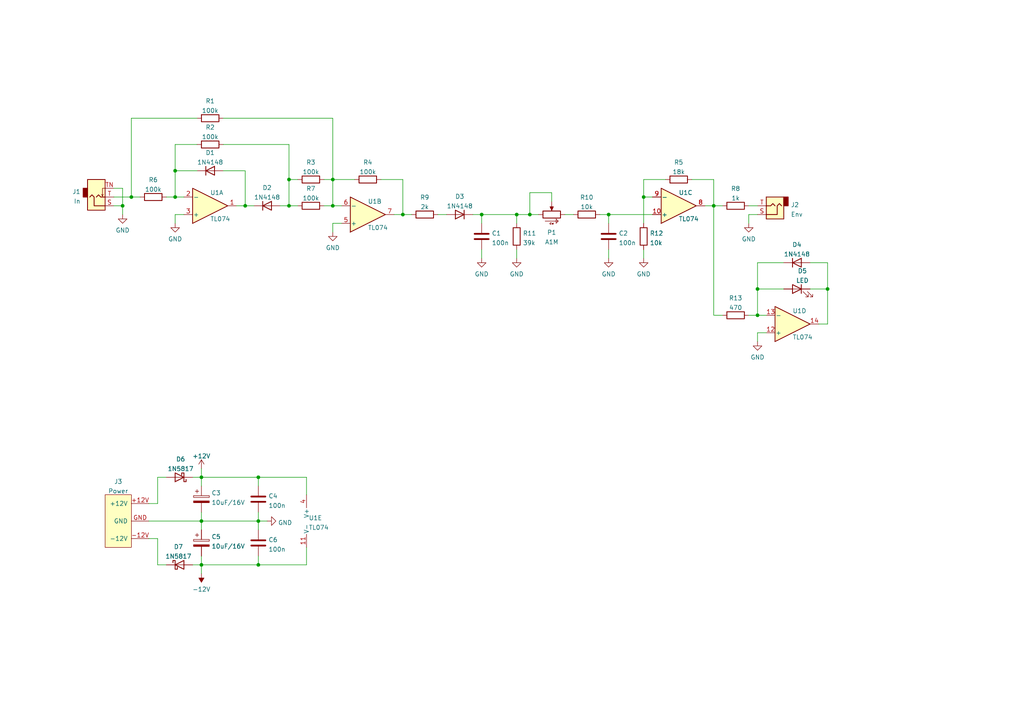
<source format=kicad_sch>
(kicad_sch (version 20211123) (generator eeschema)
  (paper "A4")
  (lib_symbols
    (symbol "Amplifier_Operational:TL074" (pin_names (offset 0.127))
      (property "Reference" "U" (at 0 5.08 0))
      (property "Value" "TL074" (at 0 -5.08 0))
      (symbol "TL074_1_1"
        (polyline (pts (xy -5.08 5.08) (xy 5.08 0) (xy -5.08 -5.08) (xy -5.08 5.08)) (stroke (width 0.254)) (fill (type background)))
        (pin output line (at 7.62 0 180) (length 2.54) (name "~") (number "1"))
        (pin input line (at -7.62 -2.54 0) (length 2.54) (name "-") (number "2"))
        (pin input line (at -7.62 2.54 0) (length 2.54) (name "+") (number "3"))
      )
      (symbol "TL074_2_1"
        (polyline (pts (xy -5.08 5.08) (xy 5.08 0) (xy -5.08 -5.08) (xy -5.08 5.08)) (stroke (width 0.254)) (fill (type background)))
        (pin input line (at -7.62 2.54 0) (length 2.54) (name "+") (number "5"))
        (pin input line (at -7.62 -2.54 0) (length 2.54) (name "-") (number "6"))
        (pin output line (at 7.62 0 180) (length 2.54) (name "~") (number "7"))
      )
      (symbol "TL074_3_1"
        (polyline (pts (xy -5.08 5.08) (xy 5.08 0) (xy -5.08 -5.08) (xy -5.08 5.08)) (stroke (width 0.254)) (fill (type background)))
        (pin input line (at -7.62 2.54 0) (length 2.54) (name "+") (number "10"))
        (pin output line (at 7.62 0 180) (length 2.54) (name "~") (number "8"))
        (pin input line (at -7.62 -2.54 0) (length 2.54) (name "-") (number "9"))
      )
      (symbol "TL074_4_1"
        (polyline (pts (xy -5.08 5.08) (xy 5.08 0) (xy -5.08 -5.08) (xy -5.08 5.08)) (stroke (width 0.254)) (fill (type background)))
        (pin input line (at -7.62 2.54 0) (length 2.54) (name "+") (number "12"))
        (pin input line (at -7.62 -2.54 0) (length 2.54) (name "-") (number "13"))
        (pin output line (at 7.62 0 180) (length 2.54) (name "~") (number "14"))
      )
      (symbol "TL074_5_1"
        (pin power_in line (at -2.54 -7.62 90) (length 3.81) (name "V-") (number "11"))
        (pin power_in line (at -2.54 7.62 270) (length 3.81) (name "V+") (number "4"))
      )
    )
    (symbol "Connector:AudioJack2"
      (property "Reference" "J" (at 0 8.89 0))
      (property "Value" "AudioJack2" (at 0 6.35 0))
      (symbol "AudioJack2_0_1"
        (rectangle (start -3.81 0) (end -2.54 -2.54) (stroke (width 0.254)) (fill (type outline)))
        (rectangle (start -2.54 3.81) (end 2.54 -2.54) (stroke (width 0.254)) (fill (type background)))
        (polyline (pts (xy 0 0) (xy 0.635 -0.635) (xy 1.27 0) (xy 2.54 0)) (stroke (width 0.254)))
        (polyline (pts (xy 2.54 2.54) (xy -0.635 2.54) (xy -0.635 0) (xy -1.27 -0.635) (xy -1.905 0)) (stroke (width 0.254)))
      )
      (symbol "AudioJack2_1_1"
        (pin passive line (at 5.08 2.54 180) (length 2.54) (name "~") (number "S"))
        (pin passive line (at 5.08 0 180) (length 2.54) (name "~") (number "T"))
      )
    )
    (symbol "Connector:AudioJack2_SwitchT"
      (property "Reference" "J" (at 0 8.89 0))
      (property "Value" "AudioJack2_SwitchT" (at 0 6.35 0))
      (symbol "AudioJack2_SwitchT_0_1"
        (rectangle (start -2.54 0) (end -3.81 -2.54) (stroke (width 0.254)) (fill (type outline)))
        (polyline (pts (xy 1.778 -0.254) (xy 2.032 -0.762)))
        (polyline (pts (xy 0 0) (xy 0.635 -0.635) (xy 1.27 0) (xy 2.54 0)) (stroke (width 0.254)))
        (polyline (pts (xy 2.54 -2.54) (xy 1.778 -2.54) (xy 1.778 -0.254) (xy 1.524 -0.762)))
        (polyline (pts (xy 2.54 2.54) (xy -0.635 2.54) (xy -0.635 0) (xy -1.27 -0.635) (xy -1.905 0)) (stroke (width 0.254)))
        (rectangle (start 2.54 3.81) (end -2.54 -5.08) (stroke (width 0.254)) (fill (type background)))
      )
      (symbol "AudioJack2_SwitchT_1_1"
        (pin passive line (at 5.08 2.54 180) (length 2.54) (name "~") (number "S"))
        (pin passive line (at 5.08 0 180) (length 2.54) (name "~") (number "T"))
        (pin passive line (at 5.08 -2.54 180) (length 2.54) (name "~") (number "TN"))
      )
    )
    (symbol "Device:C" (pin_numbers hide) (pin_names (offset 0.254))
      (property "Reference" "C" (at 0.635 2.54 0))
      (property "Value" "C" (at 0.635 -2.54 0))
      (symbol "C_0_1"
        (polyline (pts (xy -2.032 -0.762) (xy 2.032 -0.762)) (stroke (width 0.508)))
        (polyline (pts (xy -2.032 0.762) (xy 2.032 0.762)) (stroke (width 0.508)))
      )
      (symbol "C_1_1"
        (pin passive line (at 0 3.81 270) (length 2.794) (name "~") (number "1"))
        (pin passive line (at 0 -3.81 90) (length 2.794) (name "~") (number "2"))
      )
    )
    (symbol "Device:C_Polarized" (pin_numbers hide) (pin_names (offset 0.254))
      (property "Reference" "C" (at 0.635 2.54 0))
      (property "Value" "C_Polarized" (at 0.635 -2.54 0))
      (symbol "C_Polarized_0_1"
        (rectangle (start -2.286 0.508) (end 2.286 1.016))
        (polyline (pts (xy -1.778 2.286) (xy -0.762 2.286)))
        (polyline (pts (xy -1.27 2.794) (xy -1.27 1.778)))
        (rectangle (start 2.286 -0.508) (end -2.286 -1.016) (fill (type outline)))
      )
      (symbol "C_Polarized_1_1"
        (pin passive line (at 0 3.81 270) (length 2.794) (name "~") (number "1"))
        (pin passive line (at 0 -3.81 90) (length 2.794) (name "~") (number "2"))
      )
    )
    (symbol "Device:LED" (pin_numbers hide) (pin_names (offset 1.016) hide)
      (property "Reference" "D" (at 0 2.54 0))
      (property "Value" "LED" (at 0 -2.54 0))
      (symbol "LED_0_1"
        (polyline (pts (xy -1.27 -1.27) (xy -1.27 1.27)) (stroke (width 0.254)))
        (polyline (pts (xy -1.27 0) (xy 1.27 0)))
        (polyline (pts (xy 1.27 -1.27) (xy 1.27 1.27) (xy -1.27 0) (xy 1.27 -1.27)) (stroke (width 0.254)))
        (polyline (pts (xy -3.048 -0.762) (xy -4.572 -2.286) (xy -3.81 -2.286) (xy -4.572 -2.286) (xy -4.572 -1.524)))
        (polyline (pts (xy -1.778 -0.762) (xy -3.302 -2.286) (xy -2.54 -2.286) (xy -3.302 -2.286) (xy -3.302 -1.524)))
      )
      (symbol "LED_1_1"
        (pin passive line (at -3.81 0 0) (length 2.54) (name "K") (number "1"))
        (pin passive line (at 3.81 0 180) (length 2.54) (name "A") (number "2"))
      )
    )
    (symbol "Device:R" (pin_numbers hide) (pin_names (offset 0))
      (property "Reference" "R" (at 2.032 0 90))
      (property "Value" "R" (at 0 0 90))
      (symbol "R_0_1"
        (rectangle (start -1.016 -2.54) (end 1.016 2.54) (stroke (width 0.254)))
      )
      (symbol "R_1_1"
        (pin passive line (at 0 3.81 270) (length 1.27) (name "~") (number "1"))
        (pin passive line (at 0 -3.81 90) (length 1.27) (name "~") (number "2"))
      )
    )
    (symbol "Device_Additional:R_POT" (pin_names (offset 1.016))
      (property "Reference" "P" (at -5.715 0 90))
      (property "Value" "R_POT" (at -3.81 0 90))
      (symbol "R_POT_0_0"
        (text "cw" (at -2.54 0 900) (effects (font (size 0.635 0.635))))
      )
      (symbol "R_POT_0_1"
        (polyline (pts (xy -1.905 -1.905) (xy -1.905 1.905) (xy -2.54 1.27) (xy -1.27 1.27) (xy -1.905 1.905)))
      )
      (symbol "R_POT_1_1"
        (polyline (pts (xy 2.54 0) (xy 1.524 0)))
        (polyline (pts (xy 1.143 0) (xy 2.286 0.508) (xy 2.286 -0.508) (xy 1.143 0)) (fill (type outline)))
        (rectangle (start 1.016 2.54) (end -1.016 -2.54) (stroke (width 0.254)))
        (pin passive line (at 0 -3.81 90) (length 1.27) (name "CCW") (number "CCW"))
        (pin passive line (at 0 3.81 270) (length 1.27) (name "CW") (number "CW"))
        (pin passive line (at 3.81 0 180) (length 1.27) (name "W") (number "W"))
      )
    )
    (symbol "Diode:1N4148" (pin_numbers hide) (pin_names (offset 1.016) hide)
      (property "Reference" "D" (at 0 2.54 0))
      (property "Value" "1N4148" (at 0 -2.54 0))
      (symbol "1N4148_0_1"
        (polyline (pts (xy -1.27 1.27) (xy -1.27 -1.27)) (stroke (width 0.254)))
        (polyline (pts (xy 1.27 0) (xy -1.27 0)))
        (polyline (pts (xy 1.27 1.27) (xy 1.27 -1.27) (xy -1.27 0) (xy 1.27 1.27)) (stroke (width 0.254)))
      )
      (symbol "1N4148_1_1"
        (pin passive line (at -3.81 0 0) (length 2.54) (name "K") (number "1"))
        (pin passive line (at 3.81 0 180) (length 2.54) (name "A") (number "2"))
      )
    )
    (symbol "Diode:1N5817" (pin_numbers hide) (pin_names (offset 1.016) hide)
      (property "Reference" "D" (at 0 2.54 0))
      (property "Value" "1N5817" (at 0 -2.54 0))
      (symbol "1N5817_0_1"
        (polyline (pts (xy 1.27 0) (xy -1.27 0)))
        (polyline (pts (xy 1.27 1.27) (xy 1.27 -1.27) (xy -1.27 0) (xy 1.27 1.27)) (stroke (width 0.254)))
        (polyline (pts (xy -1.905 0.635) (xy -1.905 1.27) (xy -1.27 1.27) (xy -1.27 -1.27) (xy -0.635 -1.27) (xy -0.635 -0.635)) (stroke (width 0.254)))
      )
      (symbol "1N5817_1_1"
        (pin passive line (at -3.81 0 0) (length 2.54) (name "K") (number "1"))
        (pin passive line (at 3.81 0 180) (length 2.54) (name "A") (number "2"))
      )
    )
    (symbol "Eurorack_Synth:Power_2x5" (pin_names (offset 1.016))
      (property "Reference" "J" (at 0 10.16 0))
      (property "Value" "Power_2x5" (at 0 8.89 0))
      (symbol "Power_2x5_0_1"
        (rectangle (start 3.81 7.62) (end -3.81 -7.62) (fill (type background)))
      )
      (symbol "Power_2x5_1_1"
        (pin power_out line (at 8.89 5.08 180) (length 5.08) (name "+12V") (number "+12V"))
        (pin power_out line (at 8.89 -5.08 180) (length 5.08) (name "-12V") (number "-12V"))
        (pin power_out line (at 8.89 0 180) (length 5.08) (name "GND") (number "GND"))
      )
    )
    (symbol "power:+12V" (power) (pin_names (offset 0))
      (property "Value" "+12V" (at 0 3.556 0))
      (symbol "+12V_0_1"
        (polyline (pts (xy -0.762 1.27) (xy 0 2.54)))
        (polyline (pts (xy 0 0) (xy 0 2.54)))
        (polyline (pts (xy 0 2.54) (xy 0.762 1.27)))
      )
      (symbol "+12V_1_1"
        (pin power_in line (at 0 0 90) (length 0) hide (name "+12V") (number "1"))
      )
    )
    (symbol "power:-12V" (power) (pin_names (offset 0))
      (property "Value" "-12V" (at 0 3.81 0))
      (symbol "-12V_0_0"
        (pin power_in line (at 0 0 90) (length 0) hide (name "-12V") (number "1"))
      )
      (symbol "-12V_0_1"
        (polyline (pts (xy 0 0) (xy 0 1.27) (xy 0.762 1.27) (xy 0 2.54) (xy -0.762 1.27) (xy 0 1.27)) (fill (type outline)))
      )
    )
    (symbol "power:GND" (power) (pin_names (offset 0))
      (property "Value" "GND" (at 0 -3.81 0))
      (symbol "GND_0_1"
        (polyline (pts (xy 0 0) (xy 0 -1.27) (xy 1.27 -1.27) (xy 0 -2.54) (xy -1.27 -1.27) (xy 0 -1.27)))
      )
      (symbol "GND_1_1"
        (pin power_in line (at 0 0 270) (length 0) hide (name "GND") (number "1"))
      )
    )
  )
  (junction (at 71.12 59.69))
  (junction (at 74.93 138.43))
  (junction (at 139.7 62.23))
  (junction (at 74.93 163.83))
  (junction (at 219.71 91.44))
  (junction (at 50.8 57.15))
  (junction (at 58.42 151.13))
  (junction (at 50.8 49.53))
  (junction (at 176.53 62.23))
  (junction (at 83.82 59.69))
  (junction (at 207.01 59.69))
  (junction (at 58.42 163.83))
  (junction (at 38.1 57.15))
  (junction (at 149.86 62.23))
  (junction (at 153.67 62.23))
  (junction (at 96.52 59.69))
  (junction (at 240.03 83.82))
  (junction (at 186.69 57.15))
  (junction (at 58.42 138.43))
  (junction (at 83.82 52.07))
  (junction (at 74.93 151.13))
  (junction (at 35.56 59.69))
  (junction (at 96.52 52.07))
  (junction (at 116.84 62.23))
  (junction (at 219.71 83.82))
  (wire (pts (xy 207.01 59.69) (xy 207.01 91.44)))
  (wire (pts (xy 176.53 62.23) (xy 176.53 64.77)))
  (wire (pts (xy 193.04 52.07) (xy 186.69 52.07)))
  (wire (pts (xy 83.82 59.69) (xy 86.36 59.69)))
  (wire (pts (xy 237.49 93.98) (xy 240.03 93.98)))
  (wire (pts (xy 207.01 52.07) (xy 207.01 59.69)))
  (wire (pts (xy 186.69 57.15) (xy 186.69 64.77)))
  (wire (pts (xy 219.71 91.44) (xy 222.25 91.44)))
  (wire (pts (xy 217.17 62.23) (xy 217.17 64.77)))
  (wire (pts (xy 45.72 163.83) (xy 48.26 163.83)))
  (wire (pts (xy 74.93 163.83) (xy 88.9 163.83)))
  (wire (pts (xy 217.17 59.69) (xy 219.71 59.69)))
  (wire (pts (xy 74.93 148.59) (xy 74.93 151.13)))
  (wire (pts (xy 96.52 59.69) (xy 99.06 59.69)))
  (wire (pts (xy 38.1 57.15) (xy 40.64 57.15)))
  (wire (pts (xy 139.7 72.39) (xy 139.7 74.93)))
  (wire (pts (xy 43.18 156.21) (xy 45.72 156.21)))
  (wire (pts (xy 149.86 62.23) (xy 149.86 64.77)))
  (wire (pts (xy 45.72 156.21) (xy 45.72 163.83)))
  (wire (pts (xy 58.42 135.89) (xy 58.42 138.43)))
  (wire (pts (xy 71.12 59.69) (xy 73.66 59.69)))
  (wire (pts (xy 116.84 52.07) (xy 116.84 62.23)))
  (wire (pts (xy 219.71 96.52) (xy 219.71 99.06)))
  (wire (pts (xy 43.18 146.05) (xy 45.72 146.05)))
  (wire (pts (xy 74.93 151.13) (xy 77.47 151.13)))
  (wire (pts (xy 110.49 52.07) (xy 116.84 52.07)))
  (wire (pts (xy 240.03 76.2) (xy 240.03 83.82)))
  (wire (pts (xy 219.71 96.52) (xy 222.25 96.52)))
  (wire (pts (xy 234.95 76.2) (xy 240.03 76.2)))
  (wire (pts (xy 88.9 163.83) (xy 88.9 158.75)))
  (wire (pts (xy 149.86 62.23) (xy 153.67 62.23)))
  (wire (pts (xy 114.3 62.23) (xy 116.84 62.23)))
  (wire (pts (xy 58.42 163.83) (xy 58.42 166.37)))
  (wire (pts (xy 33.02 59.69) (xy 35.56 59.69)))
  (wire (pts (xy 33.02 54.61) (xy 35.56 54.61)))
  (wire (pts (xy 83.82 41.91) (xy 83.82 52.07)))
  (wire (pts (xy 173.99 62.23) (xy 176.53 62.23)))
  (wire (pts (xy 99.06 64.77) (xy 96.52 64.77)))
  (wire (pts (xy 209.55 91.44) (xy 207.01 91.44)))
  (wire (pts (xy 58.42 138.43) (xy 74.93 138.43)))
  (wire (pts (xy 74.93 138.43) (xy 88.9 138.43)))
  (wire (pts (xy 58.42 163.83) (xy 74.93 163.83)))
  (wire (pts (xy 240.03 83.82) (xy 240.03 93.98)))
  (wire (pts (xy 93.98 52.07) (xy 96.52 52.07)))
  (wire (pts (xy 149.86 72.39) (xy 149.86 74.93)))
  (wire (pts (xy 139.7 62.23) (xy 139.7 64.77)))
  (wire (pts (xy 50.8 49.53) (xy 50.8 57.15)))
  (wire (pts (xy 217.17 91.44) (xy 219.71 91.44)))
  (wire (pts (xy 45.72 146.05) (xy 45.72 138.43)))
  (wire (pts (xy 207.01 59.69) (xy 204.47 59.69)))
  (wire (pts (xy 186.69 72.39) (xy 186.69 74.93)))
  (wire (pts (xy 45.72 138.43) (xy 48.26 138.43)))
  (wire (pts (xy 96.52 64.77) (xy 96.52 67.31)))
  (wire (pts (xy 163.83 62.23) (xy 166.37 62.23)))
  (wire (pts (xy 96.52 52.07) (xy 96.52 59.69)))
  (wire (pts (xy 58.42 161.29) (xy 58.42 163.83)))
  (wire (pts (xy 96.52 52.07) (xy 102.87 52.07)))
  (wire (pts (xy 219.71 76.2) (xy 219.71 83.82)))
  (wire (pts (xy 176.53 62.23) (xy 189.23 62.23)))
  (wire (pts (xy 50.8 49.53) (xy 50.8 41.91)))
  (wire (pts (xy 64.77 49.53) (xy 71.12 49.53)))
  (wire (pts (xy 219.71 62.23) (xy 217.17 62.23)))
  (wire (pts (xy 64.77 34.29) (xy 96.52 34.29)))
  (wire (pts (xy 48.26 57.15) (xy 50.8 57.15)))
  (wire (pts (xy 81.28 59.69) (xy 83.82 59.69)))
  (wire (pts (xy 96.52 34.29) (xy 96.52 52.07)))
  (wire (pts (xy 219.71 91.44) (xy 219.71 83.82)))
  (wire (pts (xy 219.71 83.82) (xy 227.33 83.82)))
  (wire (pts (xy 58.42 138.43) (xy 58.42 140.97)))
  (wire (pts (xy 176.53 72.39) (xy 176.53 74.93)))
  (wire (pts (xy 116.84 62.23) (xy 119.38 62.23)))
  (wire (pts (xy 189.23 57.15) (xy 186.69 57.15)))
  (wire (pts (xy 83.82 52.07) (xy 83.82 59.69)))
  (wire (pts (xy 71.12 59.69) (xy 68.58 59.69)))
  (wire (pts (xy 74.93 138.43) (xy 74.93 140.97)))
  (wire (pts (xy 127 62.23) (xy 129.54 62.23)))
  (wire (pts (xy 50.8 62.23) (xy 50.8 64.77)))
  (wire (pts (xy 58.42 148.59) (xy 58.42 151.13)))
  (wire (pts (xy 160.02 55.88) (xy 153.67 55.88)))
  (wire (pts (xy 160.02 58.42) (xy 160.02 55.88)))
  (wire (pts (xy 74.93 163.83) (xy 74.93 161.29)))
  (wire (pts (xy 234.95 83.82) (xy 240.03 83.82)))
  (wire (pts (xy 58.42 151.13) (xy 58.42 153.67)))
  (wire (pts (xy 88.9 138.43) (xy 88.9 143.51)))
  (wire (pts (xy 57.15 49.53) (xy 50.8 49.53)))
  (wire (pts (xy 207.01 59.69) (xy 209.55 59.69)))
  (wire (pts (xy 58.42 151.13) (xy 74.93 151.13)))
  (wire (pts (xy 55.88 163.83) (xy 58.42 163.83)))
  (wire (pts (xy 38.1 34.29) (xy 38.1 57.15)))
  (wire (pts (xy 35.56 59.69) (xy 35.56 62.23)))
  (wire (pts (xy 35.56 54.61) (xy 35.56 59.69)))
  (wire (pts (xy 55.88 138.43) (xy 58.42 138.43)))
  (wire (pts (xy 139.7 62.23) (xy 149.86 62.23)))
  (wire (pts (xy 64.77 41.91) (xy 83.82 41.91)))
  (wire (pts (xy 153.67 55.88) (xy 153.67 62.23)))
  (wire (pts (xy 33.02 57.15) (xy 38.1 57.15)))
  (wire (pts (xy 57.15 34.29) (xy 38.1 34.29)))
  (wire (pts (xy 227.33 76.2) (xy 219.71 76.2)))
  (wire (pts (xy 186.69 52.07) (xy 186.69 57.15)))
  (wire (pts (xy 53.34 62.23) (xy 50.8 62.23)))
  (wire (pts (xy 50.8 41.91) (xy 57.15 41.91)))
  (wire (pts (xy 93.98 59.69) (xy 96.52 59.69)))
  (wire (pts (xy 83.82 52.07) (xy 86.36 52.07)))
  (wire (pts (xy 71.12 49.53) (xy 71.12 59.69)))
  (wire (pts (xy 200.66 52.07) (xy 207.01 52.07)))
  (wire (pts (xy 50.8 57.15) (xy 53.34 57.15)))
  (wire (pts (xy 43.18 151.13) (xy 58.42 151.13)))
  (wire (pts (xy 74.93 151.13) (xy 74.93 153.67)))
  (wire (pts (xy 153.67 62.23) (xy 156.21 62.23)))
  (wire (pts (xy 137.16 62.23) (xy 139.7 62.23)))
  (symbol (lib_id "Device:R") (at 90.17 52.07 90) (unit 1)
    (property "Reference" "R3" (at 90.17 47.0875 90))
    (property "Value" "100k" (at 90.17 49.8626 90))
    (property "Footprint" "Resistor_THT:R_Axial_DIN0207_L6.3mm_D2.5mm_P7.62mm_Horizontal" (effects hide))
  )
  (symbol (lib_id "power:GND") (at 96.52 67.31 0) (unit 1)
    (property "Reference" "#PWR04" (effects hide))
    (property "Value" "GND" (at 96.52 71.8725 0))
  )
  (symbol (lib_id "Device_Additional:R_POT") (at 160.02 62.23 270) (mirror x) (unit 1)
    (property "Reference" "P1" (at 160.02 67.4228 90))
    (property "Value" "A1M" (at 160.02 70.1979 90))
    (property "Footprint" "Potentiometer_THT_Additional:Potentiometer_AlpsAlpine_RK0971110" (effects hide))
  )
  (symbol (lib_id "Device:C") (at 74.93 157.48 0) (unit 1)
    (property "Reference" "C6" (at 77.851 156.5715 0) (effects (justify left)))
    (property "Value" "100n" (at 77.851 159.3466 0) (effects (justify left)))
    (property "Footprint" "Capacitor_THT:C_Disc_D4.7mm_W2.5mm_P5.00mm" (effects hide))
  )
  (symbol (lib_id "Amplifier_Operational:TL074") (at 86.36 151.13 0) (mirror y) (unit 5)
    (property "Reference" "U1" (at 89.535 150.2215 0) (effects (justify right)))
    (property "Value" "TL074" (at 89.535 152.9966 0) (effects (justify right)))
    (property "Footprint" "Package_DIP:DIP-14_W7.62mm_LongPads" (effects hide))
    (property "Datasheet" "http://www.ti.com/lit/ds/symlink/tl071.pdf" (effects hide))
  )
  (symbol (lib_id "Connector:AudioJack2_SwitchT") (at 27.94 57.15 0) (mirror x) (unit 1)
    (property "Reference" "J1" (at 23.368 55.6065 0) (effects (justify right)))
    (property "Value" "In" (at 23.368 58.3816 0) (effects (justify right)))
    (property "Footprint" "Connector_Audio_QingPu:Jack_3.5mm_QingPu_WQP-PJ323M" (effects hide))
  )
  (symbol (lib_id "Diode:1N4148") (at 231.14 76.2 0) (unit 1)
    (property "Reference" "D4" (at 231.14 70.9635 0))
    (property "Value" "1N4148" (at 231.14 73.7386 0))
    (property "Footprint" "Diode_THT:D_DO-35_SOD27_P7.62mm_Horizontal" (effects hide))
    (property "Datasheet" "https://assets.nexperia.com/documents/data-sheet/1N4148_1N4448.pdf" (effects hide))
  )
  (symbol (lib_id "Device:R") (at 170.18 62.23 90) (unit 1)
    (property "Reference" "R10" (at 170.18 57.2475 90))
    (property "Value" "10k" (at 170.18 60.0226 90))
    (property "Footprint" "Resistor_THT:R_Axial_DIN0207_L6.3mm_D2.5mm_P7.62mm_Horizontal" (effects hide))
  )
  (symbol (lib_id "Device:R") (at 149.86 68.58 180) (unit 1)
    (property "Reference" "R11" (at 151.638 67.6715 0) (effects (justify right)))
    (property "Value" "39k" (at 151.638 70.4466 0) (effects (justify right)))
    (property "Footprint" "Resistor_THT:R_Axial_DIN0207_L6.3mm_D2.5mm_P7.62mm_Horizontal" (effects hide))
  )
  (symbol (lib_id "Device:R") (at 213.36 59.69 90) (unit 1)
    (property "Reference" "R8" (at 213.36 54.7075 90))
    (property "Value" "1k" (at 213.36 57.4826 90))
    (property "Footprint" "Resistor_THT:R_Axial_DIN0207_L6.3mm_D2.5mm_P7.62mm_Horizontal" (effects hide))
  )
  (symbol (lib_id "power:GND") (at 149.86 74.93 0) (unit 1)
    (property "Reference" "#PWR06" (effects hide))
    (property "Value" "GND" (at 149.86 79.4925 0))
  )
  (symbol (lib_id "Device:C_Polarized") (at 58.42 144.78 0) (unit 1)
    (property "Reference" "C3" (at 61.341 142.9825 0) (effects (justify left)))
    (property "Value" "10uF/16V" (at 61.341 145.7576 0) (effects (justify left)))
    (property "Footprint" "Capacitor_THT:CP_Radial_D5.0mm_P2.00mm" (effects hide))
  )
  (symbol (lib_id "Device:R") (at 44.45 57.15 90) (unit 1)
    (property "Reference" "R6" (at 44.45 52.1675 90))
    (property "Value" "100k" (at 44.45 54.9426 90))
    (property "Footprint" "Resistor_THT:R_Axial_DIN0207_L6.3mm_D2.5mm_P7.62mm_Horizontal" (effects hide))
  )
  (symbol (lib_id "power:GND") (at 50.8 64.77 0) (unit 1)
    (property "Reference" "#PWR02" (effects hide))
    (property "Value" "GND" (at 50.8 69.3325 0))
  )
  (symbol (lib_id "Diode:1N4148") (at 60.96 49.53 0) (unit 1)
    (property "Reference" "D1" (at 60.96 44.2935 0))
    (property "Value" "1N4148" (at 60.96 47.0686 0))
    (property "Footprint" "Diode_THT:D_DO-35_SOD27_P7.62mm_Horizontal" (effects hide))
    (property "Datasheet" "https://assets.nexperia.com/documents/data-sheet/1N4148_1N4448.pdf" (effects hide))
  )
  (symbol (lib_id "Diode:1N5817") (at 52.07 163.83 0) (unit 1)
    (property "Reference" "D7" (at 51.7525 158.5935 0))
    (property "Value" "1N5817" (at 51.7525 161.3686 0))
    (property "Footprint" "Diode_THT:D_DO-41_SOD81_P10.16mm_Horizontal" (effects hide))
    (property "Datasheet" "http://www.vishay.com/docs/88525/1n5817.pdf" (effects hide))
  )
  (symbol (lib_id "Device:R") (at 186.69 68.58 180) (unit 1)
    (property "Reference" "R12" (at 188.468 67.6715 0) (effects (justify right)))
    (property "Value" "10k" (at 188.468 70.4466 0) (effects (justify right)))
    (property "Footprint" "Resistor_THT:R_Axial_DIN0207_L6.3mm_D2.5mm_P7.62mm_Horizontal" (effects hide))
  )
  (symbol (lib_id "Device:LED") (at 231.14 83.82 0) (mirror y) (unit 1)
    (property "Reference" "D5" (at 232.7275 78.5835 0))
    (property "Value" "LED" (at 232.7275 81.3586 0))
    (property "Footprint" "LED_THT:LED_D3.0mm_Horizontal_O1.27mm_Z10.0mm" (effects hide))
  )
  (symbol (lib_id "Device:R") (at 196.85 52.07 90) (unit 1)
    (property "Reference" "R5" (at 196.85 47.0875 90))
    (property "Value" "18k" (at 196.85 49.8626 90))
    (property "Footprint" "Resistor_THT:R_Axial_DIN0207_L6.3mm_D2.5mm_P7.62mm_Horizontal" (effects hide))
  )
  (symbol (lib_id "Device:C") (at 74.93 144.78 0) (unit 1)
    (property "Reference" "C4" (at 77.851 143.8715 0) (effects (justify left)))
    (property "Value" "100n" (at 77.851 146.6466 0) (effects (justify left)))
    (property "Footprint" "Capacitor_THT:C_Disc_D4.7mm_W2.5mm_P5.00mm" (effects hide))
  )
  (symbol (lib_id "Device:R") (at 90.17 59.69 90) (unit 1)
    (property "Reference" "R7" (at 90.17 54.7075 90))
    (property "Value" "100k" (at 90.17 57.4826 90))
    (property "Footprint" "Resistor_THT:R_Axial_DIN0207_L6.3mm_D2.5mm_P7.62mm_Horizontal" (effects hide))
  )
  (symbol (lib_id "Device:R") (at 60.96 41.91 90) (unit 1)
    (property "Reference" "R2" (at 60.96 36.9275 90))
    (property "Value" "100k" (at 60.96 39.7026 90))
    (property "Footprint" "Resistor_THT:R_Axial_DIN0207_L6.3mm_D2.5mm_P7.62mm_Horizontal" (effects hide))
  )
  (symbol (lib_id "Connector:AudioJack2") (at 224.79 59.69 180) (unit 1)
    (property "Reference" "J2" (at 229.362 59.4165 0) (effects (justify right)))
    (property "Value" "Env" (at 229.362 62.1916 0) (effects (justify right)))
    (property "Footprint" "Connector_Audio_QingPu:Jack_3.5mm_QingPu_WQP-PJ323M" (effects hide))
  )
  (symbol (lib_id "power:GND") (at 186.69 74.93 0) (unit 1)
    (property "Reference" "#PWR08" (effects hide))
    (property "Value" "GND" (at 186.69 79.4925 0))
  )
  (symbol (lib_id "Diode:1N4148") (at 77.47 59.69 0) (unit 1)
    (property "Reference" "D2" (at 77.47 54.4535 0))
    (property "Value" "1N4148" (at 77.47 57.2286 0))
    (property "Footprint" "Diode_THT:D_DO-35_SOD27_P7.62mm_Horizontal" (effects hide))
    (property "Datasheet" "https://assets.nexperia.com/documents/data-sheet/1N4148_1N4448.pdf" (effects hide))
  )
  (symbol (lib_id "power:GND") (at 176.53 74.93 0) (unit 1)
    (property "Reference" "#PWR07" (effects hide))
    (property "Value" "GND" (at 176.53 79.4925 0))
  )
  (symbol (lib_id "Device:R") (at 123.19 62.23 90) (unit 1)
    (property "Reference" "R9" (at 123.19 57.2475 90))
    (property "Value" "2k" (at 123.19 60.0226 90))
    (property "Footprint" "Resistor_THT:R_Axial_DIN0207_L6.3mm_D2.5mm_P7.62mm_Horizontal" (effects hide))
  )
  (symbol (lib_id "Device:C") (at 139.7 68.58 0) (unit 1)
    (property "Reference" "C1" (at 142.621 67.6715 0) (effects (justify left)))
    (property "Value" "100n" (at 142.621 70.4466 0) (effects (justify left)))
    (property "Footprint" "Capacitor_THT:C_Disc_D4.7mm_W2.5mm_P5.00mm" (effects hide))
  )
  (symbol (lib_id "power:+12V") (at 58.42 135.89 0) (unit 1)
    (property "Reference" "#PWR010" (effects hide))
    (property "Value" "+12V" (at 58.42 132.2855 0))
  )
  (symbol (lib_id "power:GND") (at 77.47 151.13 90) (unit 1)
    (property "Reference" "#PWR011" (effects hide))
    (property "Value" "GND" (at 80.645 151.609 90) (effects (justify right)))
  )
  (symbol (lib_id "Device:R") (at 60.96 34.29 90) (unit 1)
    (property "Reference" "R1" (at 60.96 29.3075 90))
    (property "Value" "100k" (at 60.96 32.0826 90))
    (property "Footprint" "Resistor_THT:R_Axial_DIN0207_L6.3mm_D2.5mm_P7.62mm_Horizontal" (effects hide))
  )
  (symbol (lib_id "Amplifier_Operational:TL074") (at 106.68 62.23 0) (mirror x) (unit 2)
    (property "Reference" "U1" (at 106.68 58.42 0) (effects (justify left)))
    (property "Value" "TL074" (at 106.68 66.04 0) (effects (justify left)))
    (property "Footprint" "Package_DIP:DIP-14_W7.62mm_LongPads" (effects hide))
    (property "Datasheet" "http://www.ti.com/lit/ds/symlink/tl071.pdf" (effects hide))
  )
  (symbol (lib_id "Device:R") (at 106.68 52.07 90) (unit 1)
    (property "Reference" "R4" (at 106.68 47.0875 90))
    (property "Value" "100k" (at 106.68 49.8626 90))
    (property "Footprint" "Resistor_THT:R_Axial_DIN0207_L6.3mm_D2.5mm_P7.62mm_Horizontal" (effects hide))
  )
  (symbol (lib_id "Amplifier_Operational:TL074") (at 60.96 59.69 0) (mirror x) (unit 1)
    (property "Reference" "U1" (at 60.96 55.88 0) (effects (justify left)))
    (property "Value" "TL074" (at 60.96 63.5 0) (effects (justify left)))
    (property "Footprint" "Package_DIP:DIP-14_W7.62mm_LongPads" (effects hide))
    (property "Datasheet" "http://www.ti.com/lit/ds/symlink/tl071.pdf" (effects hide))
  )
  (symbol (lib_id "Device:C") (at 176.53 68.58 0) (unit 1)
    (property "Reference" "C2" (at 179.451 67.6715 0) (effects (justify left)))
    (property "Value" "100n" (at 179.451 70.4466 0) (effects (justify left)))
    (property "Footprint" "Capacitor_THT:C_Disc_D4.7mm_W2.5mm_P5.00mm" (effects hide))
  )
  (symbol (lib_id "power:-12V") (at 58.42 166.37 180) (unit 1)
    (property "Reference" "#PWR012" (effects hide))
    (property "Value" "-12V" (at 58.42 170.9325 0))
  )
  (symbol (lib_id "Amplifier_Operational:TL074") (at 196.85 59.69 0) (mirror x) (unit 3)
    (property "Reference" "U1" (at 196.85 55.88 0) (effects (justify left)))
    (property "Value" "TL074" (at 196.85 63.5 0) (effects (justify left)))
    (property "Footprint" "Package_DIP:DIP-14_W7.62mm_LongPads" (effects hide))
    (property "Datasheet" "http://www.ti.com/lit/ds/symlink/tl071.pdf" (effects hide))
  )
  (symbol (lib_id "power:GND") (at 139.7 74.93 0) (unit 1)
    (property "Reference" "#PWR05" (effects hide))
    (property "Value" "GND" (at 139.7 79.4925 0))
  )
  (symbol (lib_id "power:GND") (at 217.17 64.77 0) (unit 1)
    (property "Reference" "#PWR03" (effects hide))
    (property "Value" "GND" (at 217.17 69.3325 0))
  )
  (symbol (lib_id "Diode:1N4148") (at 133.35 62.23 180) (unit 1)
    (property "Reference" "D3" (at 133.35 56.9935 0))
    (property "Value" "1N4148" (at 133.35 59.7686 0))
    (property "Footprint" "Diode_THT:D_DO-35_SOD27_P7.62mm_Horizontal" (effects hide))
    (property "Datasheet" "https://assets.nexperia.com/documents/data-sheet/1N4148_1N4448.pdf" (effects hide))
  )
  (symbol (lib_id "Amplifier_Operational:TL074") (at 229.87 93.98 0) (mirror x) (unit 4)
    (property "Reference" "U1" (at 229.87 90.17 0) (effects (justify left)))
    (property "Value" "TL074" (at 229.87 97.79 0) (effects (justify left)))
    (property "Footprint" "Package_DIP:DIP-14_W7.62mm_LongPads" (effects hide))
    (property "Datasheet" "http://www.ti.com/lit/ds/symlink/tl071.pdf" (effects hide))
  )
  (symbol (lib_id "power:GND") (at 35.56 62.23 0) (unit 1)
    (property "Reference" "#PWR01" (effects hide))
    (property "Value" "GND" (at 35.56 66.7925 0))
  )
  (symbol (lib_id "power:GND") (at 219.71 99.06 0) (unit 1)
    (property "Reference" "#PWR09" (effects hide))
    (property "Value" "GND" (at 219.71 103.6225 0))
  )
  (symbol (lib_id "Eurorack_Synth:Power_2x5") (at 34.29 151.13 0) (unit 1)
    (property "Reference" "J3" (at 34.29 139.6705 0))
    (property "Value" "Power" (at 34.29 142.4456 0))
    (property "Footprint" "CATs_Eurosynth_Specials:Power_2x5_Vertical" (effects hide))
  )
  (symbol (lib_id "Device:C_Polarized") (at 58.42 157.48 0) (unit 1)
    (property "Reference" "C5" (at 61.341 155.6825 0) (effects (justify left)))
    (property "Value" "10uF/16V" (at 61.341 158.4576 0) (effects (justify left)))
    (property "Footprint" "Capacitor_THT:CP_Radial_D5.0mm_P2.00mm" (effects hide))
  )
  (symbol (lib_id "Diode:1N5817") (at 52.07 138.43 180) (unit 1)
    (property "Reference" "D6" (at 52.3875 133.1935 0))
    (property "Value" "1N5817" (at 52.3875 135.9686 0))
    (property "Footprint" "Diode_THT:D_DO-41_SOD81_P10.16mm_Horizontal" (effects hide))
    (property "Datasheet" "http://www.vishay.com/docs/88525/1n5817.pdf" (effects hide))
  )
  (symbol (lib_id "Device:R") (at 213.36 91.44 90) (unit 1)
    (property "Reference" "R13" (at 213.36 86.4575 90))
    (property "Value" "470" (at 213.36 89.2326 90))
    (property "Footprint" "Resistor_THT:R_Axial_DIN0207_L6.3mm_D2.5mm_P7.62mm_Horizontal" (effects hide))
  )
)
</source>
